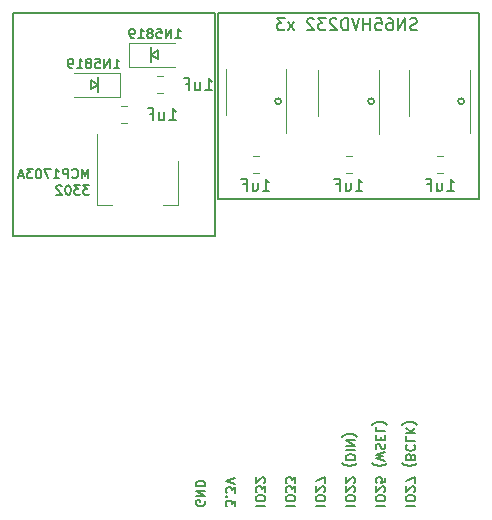
<source format=gbr>
G04 #@! TF.GenerationSoftware,KiCad,Pcbnew,5.1.5+dfsg1-2build2*
G04 #@! TF.CreationDate,2020-08-18T23:14:54+10:00*
G04 #@! TF.ProjectId,sid-board-v3,7369642d-626f-4617-9264-2d76332e6b69,rev?*
G04 #@! TF.SameCoordinates,Original*
G04 #@! TF.FileFunction,Legend,Bot*
G04 #@! TF.FilePolarity,Positive*
%FSLAX46Y46*%
G04 Gerber Fmt 4.6, Leading zero omitted, Abs format (unit mm)*
G04 Created by KiCad (PCBNEW 5.1.5+dfsg1-2build2) date 2020-08-18 23:14:54*
%MOMM*%
%LPD*%
G04 APERTURE LIST*
%ADD10C,0.150000*%
%ADD11C,0.200000*%
%ADD12C,0.120000*%
G04 APERTURE END LIST*
D10*
X131064000Y-97028000D02*
X131064000Y-78105000D01*
X113919000Y-97028000D02*
X131064000Y-97028000D01*
X113919000Y-78105000D02*
X113919000Y-97028000D01*
X131064000Y-78105000D02*
X113919000Y-78105000D01*
X131318000Y-93853000D02*
X131318000Y-78105000D01*
X153416000Y-93853000D02*
X131318000Y-93853000D01*
X153416000Y-78105000D02*
X153416000Y-93853000D01*
X131318000Y-78105000D02*
X153416000Y-78105000D01*
D11*
X120329523Y-92117904D02*
X120329523Y-91317904D01*
X120062857Y-91889333D01*
X119796190Y-91317904D01*
X119796190Y-92117904D01*
X118958095Y-92041714D02*
X118996190Y-92079809D01*
X119110476Y-92117904D01*
X119186666Y-92117904D01*
X119300952Y-92079809D01*
X119377142Y-92003619D01*
X119415238Y-91927428D01*
X119453333Y-91775047D01*
X119453333Y-91660761D01*
X119415238Y-91508380D01*
X119377142Y-91432190D01*
X119300952Y-91356000D01*
X119186666Y-91317904D01*
X119110476Y-91317904D01*
X118996190Y-91356000D01*
X118958095Y-91394095D01*
X118615238Y-92117904D02*
X118615238Y-91317904D01*
X118310476Y-91317904D01*
X118234285Y-91356000D01*
X118196190Y-91394095D01*
X118158095Y-91470285D01*
X118158095Y-91584571D01*
X118196190Y-91660761D01*
X118234285Y-91698857D01*
X118310476Y-91736952D01*
X118615238Y-91736952D01*
X117396190Y-92117904D02*
X117853333Y-92117904D01*
X117624761Y-92117904D02*
X117624761Y-91317904D01*
X117700952Y-91432190D01*
X117777142Y-91508380D01*
X117853333Y-91546476D01*
X117129523Y-91317904D02*
X116596190Y-91317904D01*
X116939047Y-92117904D01*
X116139047Y-91317904D02*
X116062857Y-91317904D01*
X115986666Y-91356000D01*
X115948571Y-91394095D01*
X115910476Y-91470285D01*
X115872380Y-91622666D01*
X115872380Y-91813142D01*
X115910476Y-91965523D01*
X115948571Y-92041714D01*
X115986666Y-92079809D01*
X116062857Y-92117904D01*
X116139047Y-92117904D01*
X116215238Y-92079809D01*
X116253333Y-92041714D01*
X116291428Y-91965523D01*
X116329523Y-91813142D01*
X116329523Y-91622666D01*
X116291428Y-91470285D01*
X116253333Y-91394095D01*
X116215238Y-91356000D01*
X116139047Y-91317904D01*
X115605714Y-91317904D02*
X115110476Y-91317904D01*
X115377142Y-91622666D01*
X115262857Y-91622666D01*
X115186666Y-91660761D01*
X115148571Y-91698857D01*
X115110476Y-91775047D01*
X115110476Y-91965523D01*
X115148571Y-92041714D01*
X115186666Y-92079809D01*
X115262857Y-92117904D01*
X115491428Y-92117904D01*
X115567619Y-92079809D01*
X115605714Y-92041714D01*
X114805714Y-91889333D02*
X114424761Y-91889333D01*
X114881904Y-92117904D02*
X114615238Y-91317904D01*
X114348571Y-92117904D01*
X120405714Y-92717904D02*
X119910476Y-92717904D01*
X120177142Y-93022666D01*
X120062857Y-93022666D01*
X119986666Y-93060761D01*
X119948571Y-93098857D01*
X119910476Y-93175047D01*
X119910476Y-93365523D01*
X119948571Y-93441714D01*
X119986666Y-93479809D01*
X120062857Y-93517904D01*
X120291428Y-93517904D01*
X120367619Y-93479809D01*
X120405714Y-93441714D01*
X119643809Y-92717904D02*
X119148571Y-92717904D01*
X119415238Y-93022666D01*
X119300952Y-93022666D01*
X119224761Y-93060761D01*
X119186666Y-93098857D01*
X119148571Y-93175047D01*
X119148571Y-93365523D01*
X119186666Y-93441714D01*
X119224761Y-93479809D01*
X119300952Y-93517904D01*
X119529523Y-93517904D01*
X119605714Y-93479809D01*
X119643809Y-93441714D01*
X118653333Y-92717904D02*
X118577142Y-92717904D01*
X118500952Y-92756000D01*
X118462857Y-92794095D01*
X118424761Y-92870285D01*
X118386666Y-93022666D01*
X118386666Y-93213142D01*
X118424761Y-93365523D01*
X118462857Y-93441714D01*
X118500952Y-93479809D01*
X118577142Y-93517904D01*
X118653333Y-93517904D01*
X118729523Y-93479809D01*
X118767619Y-93441714D01*
X118805714Y-93365523D01*
X118843809Y-93213142D01*
X118843809Y-93022666D01*
X118805714Y-92870285D01*
X118767619Y-92794095D01*
X118729523Y-92756000D01*
X118653333Y-92717904D01*
X118081904Y-92794095D02*
X118043809Y-92756000D01*
X117967619Y-92717904D01*
X117777142Y-92717904D01*
X117700952Y-92756000D01*
X117662857Y-92794095D01*
X117624761Y-92870285D01*
X117624761Y-92946476D01*
X117662857Y-93060761D01*
X118120000Y-93517904D01*
X117624761Y-93517904D01*
D10*
X126238000Y-82042000D02*
X125603000Y-81661000D01*
X126238000Y-81280000D02*
X126238000Y-82042000D01*
X125603000Y-81661000D02*
X126238000Y-81280000D01*
X125603000Y-81026000D02*
X125603000Y-82296000D01*
X120523000Y-84582000D02*
X121158000Y-84201000D01*
X120523000Y-83820000D02*
X120523000Y-84582000D01*
X121158000Y-84201000D02*
X120523000Y-83820000D01*
X121158000Y-83566000D02*
X121158000Y-84836000D01*
X136652000Y-85598000D02*
G75*
G03X136652000Y-85598000I-254000J0D01*
G01*
X144526000Y-85598000D02*
G75*
G03X144526000Y-85598000I-254000J0D01*
G01*
X152146000Y-85598000D02*
G75*
G03X152146000Y-85598000I-254000J0D01*
G01*
D11*
X130194000Y-119402476D02*
X130232095Y-119478666D01*
X130232095Y-119592952D01*
X130194000Y-119707238D01*
X130117809Y-119783428D01*
X130041619Y-119821523D01*
X129889238Y-119859619D01*
X129774952Y-119859619D01*
X129622571Y-119821523D01*
X129546380Y-119783428D01*
X129470190Y-119707238D01*
X129432095Y-119592952D01*
X129432095Y-119516761D01*
X129470190Y-119402476D01*
X129508285Y-119364380D01*
X129774952Y-119364380D01*
X129774952Y-119516761D01*
X129432095Y-119021523D02*
X130232095Y-119021523D01*
X129432095Y-118564380D01*
X130232095Y-118564380D01*
X129432095Y-118183428D02*
X130232095Y-118183428D01*
X130232095Y-117992952D01*
X130194000Y-117878666D01*
X130117809Y-117802476D01*
X130041619Y-117764380D01*
X129889238Y-117726285D01*
X129774952Y-117726285D01*
X129622571Y-117764380D01*
X129546380Y-117802476D01*
X129470190Y-117878666D01*
X129432095Y-117992952D01*
X129432095Y-118183428D01*
X132772095Y-119897714D02*
X132772095Y-119402476D01*
X132467333Y-119669142D01*
X132467333Y-119554857D01*
X132429238Y-119478666D01*
X132391142Y-119440571D01*
X132314952Y-119402476D01*
X132124476Y-119402476D01*
X132048285Y-119440571D01*
X132010190Y-119478666D01*
X131972095Y-119554857D01*
X131972095Y-119783428D01*
X132010190Y-119859619D01*
X132048285Y-119897714D01*
X132048285Y-119059619D02*
X132010190Y-119021523D01*
X131972095Y-119059619D01*
X132010190Y-119097714D01*
X132048285Y-119059619D01*
X131972095Y-119059619D01*
X132772095Y-118754857D02*
X132772095Y-118259619D01*
X132467333Y-118526285D01*
X132467333Y-118412000D01*
X132429238Y-118335809D01*
X132391142Y-118297714D01*
X132314952Y-118259619D01*
X132124476Y-118259619D01*
X132048285Y-118297714D01*
X132010190Y-118335809D01*
X131972095Y-118412000D01*
X131972095Y-118640571D01*
X132010190Y-118716761D01*
X132048285Y-118754857D01*
X132772095Y-118031047D02*
X131972095Y-117764380D01*
X132772095Y-117497714D01*
X134512095Y-119821523D02*
X135312095Y-119821523D01*
X135312095Y-119288190D02*
X135312095Y-119135809D01*
X135274000Y-119059619D01*
X135197809Y-118983428D01*
X135045428Y-118945333D01*
X134778761Y-118945333D01*
X134626380Y-118983428D01*
X134550190Y-119059619D01*
X134512095Y-119135809D01*
X134512095Y-119288190D01*
X134550190Y-119364380D01*
X134626380Y-119440571D01*
X134778761Y-119478666D01*
X135045428Y-119478666D01*
X135197809Y-119440571D01*
X135274000Y-119364380D01*
X135312095Y-119288190D01*
X135312095Y-118678666D02*
X135312095Y-118183428D01*
X135007333Y-118450095D01*
X135007333Y-118335809D01*
X134969238Y-118259619D01*
X134931142Y-118221523D01*
X134854952Y-118183428D01*
X134664476Y-118183428D01*
X134588285Y-118221523D01*
X134550190Y-118259619D01*
X134512095Y-118335809D01*
X134512095Y-118564380D01*
X134550190Y-118640571D01*
X134588285Y-118678666D01*
X135235904Y-117878666D02*
X135274000Y-117840571D01*
X135312095Y-117764380D01*
X135312095Y-117573904D01*
X135274000Y-117497714D01*
X135235904Y-117459619D01*
X135159714Y-117421523D01*
X135083523Y-117421523D01*
X134969238Y-117459619D01*
X134512095Y-117916761D01*
X134512095Y-117421523D01*
X137052095Y-119821523D02*
X137852095Y-119821523D01*
X137852095Y-119288190D02*
X137852095Y-119135809D01*
X137814000Y-119059619D01*
X137737809Y-118983428D01*
X137585428Y-118945333D01*
X137318761Y-118945333D01*
X137166380Y-118983428D01*
X137090190Y-119059619D01*
X137052095Y-119135809D01*
X137052095Y-119288190D01*
X137090190Y-119364380D01*
X137166380Y-119440571D01*
X137318761Y-119478666D01*
X137585428Y-119478666D01*
X137737809Y-119440571D01*
X137814000Y-119364380D01*
X137852095Y-119288190D01*
X137852095Y-118678666D02*
X137852095Y-118183428D01*
X137547333Y-118450095D01*
X137547333Y-118335809D01*
X137509238Y-118259619D01*
X137471142Y-118221523D01*
X137394952Y-118183428D01*
X137204476Y-118183428D01*
X137128285Y-118221523D01*
X137090190Y-118259619D01*
X137052095Y-118335809D01*
X137052095Y-118564380D01*
X137090190Y-118640571D01*
X137128285Y-118678666D01*
X137852095Y-117916761D02*
X137852095Y-117421523D01*
X137547333Y-117688190D01*
X137547333Y-117573904D01*
X137509238Y-117497714D01*
X137471142Y-117459619D01*
X137394952Y-117421523D01*
X137204476Y-117421523D01*
X137128285Y-117459619D01*
X137090190Y-117497714D01*
X137052095Y-117573904D01*
X137052095Y-117802476D01*
X137090190Y-117878666D01*
X137128285Y-117916761D01*
X139592095Y-119821523D02*
X140392095Y-119821523D01*
X140392095Y-119288190D02*
X140392095Y-119135809D01*
X140354000Y-119059619D01*
X140277809Y-118983428D01*
X140125428Y-118945333D01*
X139858761Y-118945333D01*
X139706380Y-118983428D01*
X139630190Y-119059619D01*
X139592095Y-119135809D01*
X139592095Y-119288190D01*
X139630190Y-119364380D01*
X139706380Y-119440571D01*
X139858761Y-119478666D01*
X140125428Y-119478666D01*
X140277809Y-119440571D01*
X140354000Y-119364380D01*
X140392095Y-119288190D01*
X140315904Y-118640571D02*
X140354000Y-118602476D01*
X140392095Y-118526285D01*
X140392095Y-118335809D01*
X140354000Y-118259619D01*
X140315904Y-118221523D01*
X140239714Y-118183428D01*
X140163523Y-118183428D01*
X140049238Y-118221523D01*
X139592095Y-118678666D01*
X139592095Y-118183428D01*
X140392095Y-117916761D02*
X140392095Y-117383428D01*
X139592095Y-117726285D01*
X142132095Y-119821523D02*
X142932095Y-119821523D01*
X142932095Y-119288190D02*
X142932095Y-119135809D01*
X142894000Y-119059619D01*
X142817809Y-118983428D01*
X142665428Y-118945333D01*
X142398761Y-118945333D01*
X142246380Y-118983428D01*
X142170190Y-119059619D01*
X142132095Y-119135809D01*
X142132095Y-119288190D01*
X142170190Y-119364380D01*
X142246380Y-119440571D01*
X142398761Y-119478666D01*
X142665428Y-119478666D01*
X142817809Y-119440571D01*
X142894000Y-119364380D01*
X142932095Y-119288190D01*
X142855904Y-118640571D02*
X142894000Y-118602476D01*
X142932095Y-118526285D01*
X142932095Y-118335809D01*
X142894000Y-118259619D01*
X142855904Y-118221523D01*
X142779714Y-118183428D01*
X142703523Y-118183428D01*
X142589238Y-118221523D01*
X142132095Y-118678666D01*
X142132095Y-118183428D01*
X142855904Y-117878666D02*
X142894000Y-117840571D01*
X142932095Y-117764380D01*
X142932095Y-117573904D01*
X142894000Y-117497714D01*
X142855904Y-117459619D01*
X142779714Y-117421523D01*
X142703523Y-117421523D01*
X142589238Y-117459619D01*
X142132095Y-117916761D01*
X142132095Y-117421523D01*
X141827333Y-116240571D02*
X141865428Y-116278666D01*
X141979714Y-116354857D01*
X142055904Y-116392952D01*
X142170190Y-116431047D01*
X142360666Y-116469142D01*
X142513047Y-116469142D01*
X142703523Y-116431047D01*
X142817809Y-116392952D01*
X142894000Y-116354857D01*
X143008285Y-116278666D01*
X143046380Y-116240571D01*
X142132095Y-115935809D02*
X142932095Y-115935809D01*
X142932095Y-115745333D01*
X142894000Y-115631047D01*
X142817809Y-115554857D01*
X142741619Y-115516761D01*
X142589238Y-115478666D01*
X142474952Y-115478666D01*
X142322571Y-115516761D01*
X142246380Y-115554857D01*
X142170190Y-115631047D01*
X142132095Y-115745333D01*
X142132095Y-115935809D01*
X142132095Y-115135809D02*
X142932095Y-115135809D01*
X142132095Y-114754857D02*
X142932095Y-114754857D01*
X142132095Y-114297714D01*
X142932095Y-114297714D01*
X141827333Y-113992952D02*
X141865428Y-113954857D01*
X141979714Y-113878666D01*
X142055904Y-113840571D01*
X142170190Y-113802476D01*
X142360666Y-113764380D01*
X142513047Y-113764380D01*
X142703523Y-113802476D01*
X142817809Y-113840571D01*
X142894000Y-113878666D01*
X143008285Y-113954857D01*
X143046380Y-113992952D01*
X144672095Y-119821523D02*
X145472095Y-119821523D01*
X145472095Y-119288190D02*
X145472095Y-119135809D01*
X145434000Y-119059619D01*
X145357809Y-118983428D01*
X145205428Y-118945333D01*
X144938761Y-118945333D01*
X144786380Y-118983428D01*
X144710190Y-119059619D01*
X144672095Y-119135809D01*
X144672095Y-119288190D01*
X144710190Y-119364380D01*
X144786380Y-119440571D01*
X144938761Y-119478666D01*
X145205428Y-119478666D01*
X145357809Y-119440571D01*
X145434000Y-119364380D01*
X145472095Y-119288190D01*
X145395904Y-118640571D02*
X145434000Y-118602476D01*
X145472095Y-118526285D01*
X145472095Y-118335809D01*
X145434000Y-118259619D01*
X145395904Y-118221523D01*
X145319714Y-118183428D01*
X145243523Y-118183428D01*
X145129238Y-118221523D01*
X144672095Y-118678666D01*
X144672095Y-118183428D01*
X145472095Y-117459619D02*
X145472095Y-117840571D01*
X145091142Y-117878666D01*
X145129238Y-117840571D01*
X145167333Y-117764380D01*
X145167333Y-117573904D01*
X145129238Y-117497714D01*
X145091142Y-117459619D01*
X145014952Y-117421523D01*
X144824476Y-117421523D01*
X144748285Y-117459619D01*
X144710190Y-117497714D01*
X144672095Y-117573904D01*
X144672095Y-117764380D01*
X144710190Y-117840571D01*
X144748285Y-117878666D01*
X144367333Y-116240571D02*
X144405428Y-116278666D01*
X144519714Y-116354857D01*
X144595904Y-116392952D01*
X144710190Y-116431047D01*
X144900666Y-116469142D01*
X145053047Y-116469142D01*
X145243523Y-116431047D01*
X145357809Y-116392952D01*
X145434000Y-116354857D01*
X145548285Y-116278666D01*
X145586380Y-116240571D01*
X145472095Y-116012000D02*
X144672095Y-115821523D01*
X145243523Y-115669142D01*
X144672095Y-115516761D01*
X145472095Y-115326285D01*
X144710190Y-115059619D02*
X144672095Y-114945333D01*
X144672095Y-114754857D01*
X144710190Y-114678666D01*
X144748285Y-114640571D01*
X144824476Y-114602476D01*
X144900666Y-114602476D01*
X144976857Y-114640571D01*
X145014952Y-114678666D01*
X145053047Y-114754857D01*
X145091142Y-114907238D01*
X145129238Y-114983428D01*
X145167333Y-115021523D01*
X145243523Y-115059619D01*
X145319714Y-115059619D01*
X145395904Y-115021523D01*
X145434000Y-114983428D01*
X145472095Y-114907238D01*
X145472095Y-114716761D01*
X145434000Y-114602476D01*
X145091142Y-114259619D02*
X145091142Y-113992952D01*
X144672095Y-113878666D02*
X144672095Y-114259619D01*
X145472095Y-114259619D01*
X145472095Y-113878666D01*
X144672095Y-113154857D02*
X144672095Y-113535809D01*
X145472095Y-113535809D01*
X144367333Y-112964380D02*
X144405428Y-112926285D01*
X144519714Y-112850095D01*
X144595904Y-112812000D01*
X144710190Y-112773904D01*
X144900666Y-112735809D01*
X145053047Y-112735809D01*
X145243523Y-112773904D01*
X145357809Y-112812000D01*
X145434000Y-112850095D01*
X145548285Y-112926285D01*
X145586380Y-112964380D01*
X147212095Y-119821523D02*
X148012095Y-119821523D01*
X148012095Y-119288190D02*
X148012095Y-119135809D01*
X147974000Y-119059619D01*
X147897809Y-118983428D01*
X147745428Y-118945333D01*
X147478761Y-118945333D01*
X147326380Y-118983428D01*
X147250190Y-119059619D01*
X147212095Y-119135809D01*
X147212095Y-119288190D01*
X147250190Y-119364380D01*
X147326380Y-119440571D01*
X147478761Y-119478666D01*
X147745428Y-119478666D01*
X147897809Y-119440571D01*
X147974000Y-119364380D01*
X148012095Y-119288190D01*
X147935904Y-118640571D02*
X147974000Y-118602476D01*
X148012095Y-118526285D01*
X148012095Y-118335809D01*
X147974000Y-118259619D01*
X147935904Y-118221523D01*
X147859714Y-118183428D01*
X147783523Y-118183428D01*
X147669238Y-118221523D01*
X147212095Y-118678666D01*
X147212095Y-118183428D01*
X148012095Y-117916761D02*
X148012095Y-117383428D01*
X147212095Y-117726285D01*
X146907333Y-116240571D02*
X146945428Y-116278666D01*
X147059714Y-116354857D01*
X147135904Y-116392952D01*
X147250190Y-116431047D01*
X147440666Y-116469142D01*
X147593047Y-116469142D01*
X147783523Y-116431047D01*
X147897809Y-116392952D01*
X147974000Y-116354857D01*
X148088285Y-116278666D01*
X148126380Y-116240571D01*
X147631142Y-115669142D02*
X147593047Y-115554857D01*
X147554952Y-115516761D01*
X147478761Y-115478666D01*
X147364476Y-115478666D01*
X147288285Y-115516761D01*
X147250190Y-115554857D01*
X147212095Y-115631047D01*
X147212095Y-115935809D01*
X148012095Y-115935809D01*
X148012095Y-115669142D01*
X147974000Y-115592952D01*
X147935904Y-115554857D01*
X147859714Y-115516761D01*
X147783523Y-115516761D01*
X147707333Y-115554857D01*
X147669238Y-115592952D01*
X147631142Y-115669142D01*
X147631142Y-115935809D01*
X147288285Y-114678666D02*
X147250190Y-114716761D01*
X147212095Y-114831047D01*
X147212095Y-114907238D01*
X147250190Y-115021523D01*
X147326380Y-115097714D01*
X147402571Y-115135809D01*
X147554952Y-115173904D01*
X147669238Y-115173904D01*
X147821619Y-115135809D01*
X147897809Y-115097714D01*
X147974000Y-115021523D01*
X148012095Y-114907238D01*
X148012095Y-114831047D01*
X147974000Y-114716761D01*
X147935904Y-114678666D01*
X147212095Y-113954857D02*
X147212095Y-114335809D01*
X148012095Y-114335809D01*
X147212095Y-113688190D02*
X148012095Y-113688190D01*
X147212095Y-113231047D02*
X147669238Y-113573904D01*
X148012095Y-113231047D02*
X147554952Y-113688190D01*
X146907333Y-112964380D02*
X146945428Y-112926285D01*
X147059714Y-112850095D01*
X147135904Y-112812000D01*
X147250190Y-112773904D01*
X147440666Y-112735809D01*
X147593047Y-112735809D01*
X147783523Y-112773904D01*
X147897809Y-112812000D01*
X147974000Y-112850095D01*
X148088285Y-112926285D01*
X148126380Y-112964380D01*
D12*
X134231748Y-90222000D02*
X134754252Y-90222000D01*
X134231748Y-91642000D02*
X134754252Y-91642000D01*
X123734000Y-82661000D02*
X127634000Y-82661000D01*
X123734000Y-80661000D02*
X127634000Y-80661000D01*
X123734000Y-82661000D02*
X123734000Y-80661000D01*
X147506420Y-84861825D02*
X147506420Y-82911825D01*
X147506420Y-84861825D02*
X147506420Y-86811825D01*
X152626420Y-84861825D02*
X152626420Y-82911825D01*
X152626420Y-84861825D02*
X152626420Y-88311825D01*
X121079000Y-88363252D02*
X121079000Y-94373252D01*
X127899000Y-90613252D02*
X127899000Y-94373252D01*
X121079000Y-94373252D02*
X122339000Y-94373252D01*
X127899000Y-94373252D02*
X126639000Y-94373252D01*
X142105748Y-91642000D02*
X142628252Y-91642000D01*
X142105748Y-90222000D02*
X142628252Y-90222000D01*
X149852748Y-90222000D02*
X150375252Y-90222000D01*
X149852748Y-91642000D02*
X150375252Y-91642000D01*
X144911877Y-84907159D02*
X144911877Y-88357159D01*
X144911877Y-84907159D02*
X144911877Y-82957159D01*
X139791877Y-84907159D02*
X139791877Y-86857159D01*
X139791877Y-84907159D02*
X139791877Y-82957159D01*
X123027000Y-83201000D02*
X119127000Y-83201000D01*
X123027000Y-85201000D02*
X119127000Y-85201000D01*
X123027000Y-83201000D02*
X123027000Y-85201000D01*
X123055748Y-87451000D02*
X123578252Y-87451000D01*
X123055748Y-86031000D02*
X123578252Y-86031000D01*
X137071485Y-84836000D02*
X137071485Y-88286000D01*
X137071485Y-84836000D02*
X137071485Y-82886000D01*
X131951485Y-84836000D02*
X131951485Y-86786000D01*
X131951485Y-84836000D02*
X131951485Y-82886000D01*
X126626252Y-84911000D02*
X126103748Y-84911000D01*
X126626252Y-83491000D02*
X126103748Y-83491000D01*
D11*
X135088238Y-93162380D02*
X135659666Y-93162380D01*
X135373952Y-93162380D02*
X135373952Y-92162380D01*
X135469190Y-92305238D01*
X135564428Y-92400476D01*
X135659666Y-92448095D01*
X134231095Y-92495714D02*
X134231095Y-93162380D01*
X134659666Y-92495714D02*
X134659666Y-93019523D01*
X134612047Y-93114761D01*
X134516809Y-93162380D01*
X134373952Y-93162380D01*
X134278714Y-93114761D01*
X134231095Y-93067142D01*
X133421571Y-92638571D02*
X133754904Y-92638571D01*
X133754904Y-93162380D02*
X133754904Y-92162380D01*
X133278714Y-92162380D01*
D10*
X127698285Y-80244904D02*
X128155428Y-80244904D01*
X127926857Y-80244904D02*
X127926857Y-79444904D01*
X128003047Y-79559190D01*
X128079238Y-79635380D01*
X128155428Y-79673476D01*
X127355428Y-80244904D02*
X127355428Y-79444904D01*
X126898285Y-80244904D01*
X126898285Y-79444904D01*
X126136380Y-79444904D02*
X126517333Y-79444904D01*
X126555428Y-79825857D01*
X126517333Y-79787761D01*
X126441142Y-79749666D01*
X126250666Y-79749666D01*
X126174476Y-79787761D01*
X126136380Y-79825857D01*
X126098285Y-79902047D01*
X126098285Y-80092523D01*
X126136380Y-80168714D01*
X126174476Y-80206809D01*
X126250666Y-80244904D01*
X126441142Y-80244904D01*
X126517333Y-80206809D01*
X126555428Y-80168714D01*
X125641142Y-79787761D02*
X125717333Y-79749666D01*
X125755428Y-79711571D01*
X125793523Y-79635380D01*
X125793523Y-79597285D01*
X125755428Y-79521095D01*
X125717333Y-79483000D01*
X125641142Y-79444904D01*
X125488761Y-79444904D01*
X125412571Y-79483000D01*
X125374476Y-79521095D01*
X125336380Y-79597285D01*
X125336380Y-79635380D01*
X125374476Y-79711571D01*
X125412571Y-79749666D01*
X125488761Y-79787761D01*
X125641142Y-79787761D01*
X125717333Y-79825857D01*
X125755428Y-79863952D01*
X125793523Y-79940142D01*
X125793523Y-80092523D01*
X125755428Y-80168714D01*
X125717333Y-80206809D01*
X125641142Y-80244904D01*
X125488761Y-80244904D01*
X125412571Y-80206809D01*
X125374476Y-80168714D01*
X125336380Y-80092523D01*
X125336380Y-79940142D01*
X125374476Y-79863952D01*
X125412571Y-79825857D01*
X125488761Y-79787761D01*
X124574476Y-80244904D02*
X125031619Y-80244904D01*
X124803047Y-80244904D02*
X124803047Y-79444904D01*
X124879238Y-79559190D01*
X124955428Y-79635380D01*
X125031619Y-79673476D01*
X124193523Y-80244904D02*
X124041142Y-80244904D01*
X123964952Y-80206809D01*
X123926857Y-80168714D01*
X123850666Y-80054428D01*
X123812571Y-79902047D01*
X123812571Y-79597285D01*
X123850666Y-79521095D01*
X123888761Y-79483000D01*
X123964952Y-79444904D01*
X124117333Y-79444904D01*
X124193523Y-79483000D01*
X124231619Y-79521095D01*
X124269714Y-79597285D01*
X124269714Y-79787761D01*
X124231619Y-79863952D01*
X124193523Y-79902047D01*
X124117333Y-79940142D01*
X123964952Y-79940142D01*
X123888761Y-79902047D01*
X123850666Y-79863952D01*
X123812571Y-79787761D01*
D11*
X142962238Y-93162380D02*
X143533666Y-93162380D01*
X143247952Y-93162380D02*
X143247952Y-92162380D01*
X143343190Y-92305238D01*
X143438428Y-92400476D01*
X143533666Y-92448095D01*
X142105095Y-92495714D02*
X142105095Y-93162380D01*
X142533666Y-92495714D02*
X142533666Y-93019523D01*
X142486047Y-93114761D01*
X142390809Y-93162380D01*
X142247952Y-93162380D01*
X142152714Y-93114761D01*
X142105095Y-93067142D01*
X141295571Y-92638571D02*
X141628904Y-92638571D01*
X141628904Y-93162380D02*
X141628904Y-92162380D01*
X141152714Y-92162380D01*
X150709238Y-93162380D02*
X151280666Y-93162380D01*
X150994952Y-93162380D02*
X150994952Y-92162380D01*
X151090190Y-92305238D01*
X151185428Y-92400476D01*
X151280666Y-92448095D01*
X149852095Y-92495714D02*
X149852095Y-93162380D01*
X150280666Y-92495714D02*
X150280666Y-93019523D01*
X150233047Y-93114761D01*
X150137809Y-93162380D01*
X149994952Y-93162380D01*
X149899714Y-93114761D01*
X149852095Y-93067142D01*
X149042571Y-92638571D02*
X149375904Y-92638571D01*
X149375904Y-93162380D02*
X149375904Y-92162380D01*
X148899714Y-92162380D01*
X148144761Y-79525761D02*
X148001904Y-79573380D01*
X147763809Y-79573380D01*
X147668571Y-79525761D01*
X147620952Y-79478142D01*
X147573333Y-79382904D01*
X147573333Y-79287666D01*
X147620952Y-79192428D01*
X147668571Y-79144809D01*
X147763809Y-79097190D01*
X147954285Y-79049571D01*
X148049523Y-79001952D01*
X148097142Y-78954333D01*
X148144761Y-78859095D01*
X148144761Y-78763857D01*
X148097142Y-78668619D01*
X148049523Y-78621000D01*
X147954285Y-78573380D01*
X147716190Y-78573380D01*
X147573333Y-78621000D01*
X147144761Y-79573380D02*
X147144761Y-78573380D01*
X146573333Y-79573380D01*
X146573333Y-78573380D01*
X145668571Y-78573380D02*
X145859047Y-78573380D01*
X145954285Y-78621000D01*
X146001904Y-78668619D01*
X146097142Y-78811476D01*
X146144761Y-79001952D01*
X146144761Y-79382904D01*
X146097142Y-79478142D01*
X146049523Y-79525761D01*
X145954285Y-79573380D01*
X145763809Y-79573380D01*
X145668571Y-79525761D01*
X145620952Y-79478142D01*
X145573333Y-79382904D01*
X145573333Y-79144809D01*
X145620952Y-79049571D01*
X145668571Y-79001952D01*
X145763809Y-78954333D01*
X145954285Y-78954333D01*
X146049523Y-79001952D01*
X146097142Y-79049571D01*
X146144761Y-79144809D01*
X144668571Y-78573380D02*
X145144761Y-78573380D01*
X145192380Y-79049571D01*
X145144761Y-79001952D01*
X145049523Y-78954333D01*
X144811428Y-78954333D01*
X144716190Y-79001952D01*
X144668571Y-79049571D01*
X144620952Y-79144809D01*
X144620952Y-79382904D01*
X144668571Y-79478142D01*
X144716190Y-79525761D01*
X144811428Y-79573380D01*
X145049523Y-79573380D01*
X145144761Y-79525761D01*
X145192380Y-79478142D01*
X144192380Y-79573380D02*
X144192380Y-78573380D01*
X144192380Y-79049571D02*
X143620952Y-79049571D01*
X143620952Y-79573380D02*
X143620952Y-78573380D01*
X143287619Y-78573380D02*
X142954285Y-79573380D01*
X142620952Y-78573380D01*
X142287619Y-79573380D02*
X142287619Y-78573380D01*
X142049523Y-78573380D01*
X141906666Y-78621000D01*
X141811428Y-78716238D01*
X141763809Y-78811476D01*
X141716190Y-79001952D01*
X141716190Y-79144809D01*
X141763809Y-79335285D01*
X141811428Y-79430523D01*
X141906666Y-79525761D01*
X142049523Y-79573380D01*
X142287619Y-79573380D01*
X141335238Y-78668619D02*
X141287619Y-78621000D01*
X141192380Y-78573380D01*
X140954285Y-78573380D01*
X140859047Y-78621000D01*
X140811428Y-78668619D01*
X140763809Y-78763857D01*
X140763809Y-78859095D01*
X140811428Y-79001952D01*
X141382857Y-79573380D01*
X140763809Y-79573380D01*
X140430476Y-78573380D02*
X139811428Y-78573380D01*
X140144761Y-78954333D01*
X140001904Y-78954333D01*
X139906666Y-79001952D01*
X139859047Y-79049571D01*
X139811428Y-79144809D01*
X139811428Y-79382904D01*
X139859047Y-79478142D01*
X139906666Y-79525761D01*
X140001904Y-79573380D01*
X140287619Y-79573380D01*
X140382857Y-79525761D01*
X140430476Y-79478142D01*
X139430476Y-78668619D02*
X139382857Y-78621000D01*
X139287619Y-78573380D01*
X139049523Y-78573380D01*
X138954285Y-78621000D01*
X138906666Y-78668619D01*
X138859047Y-78763857D01*
X138859047Y-78859095D01*
X138906666Y-79001952D01*
X139478095Y-79573380D01*
X138859047Y-79573380D01*
X137763809Y-79573380D02*
X137240000Y-78906714D01*
X137763809Y-78906714D02*
X137240000Y-79573380D01*
X136954285Y-78573380D02*
X136335238Y-78573380D01*
X136668571Y-78954333D01*
X136525714Y-78954333D01*
X136430476Y-79001952D01*
X136382857Y-79049571D01*
X136335238Y-79144809D01*
X136335238Y-79382904D01*
X136382857Y-79478142D01*
X136430476Y-79525761D01*
X136525714Y-79573380D01*
X136811428Y-79573380D01*
X136906666Y-79525761D01*
X136954285Y-79478142D01*
D10*
X122491285Y-82784904D02*
X122948428Y-82784904D01*
X122719857Y-82784904D02*
X122719857Y-81984904D01*
X122796047Y-82099190D01*
X122872238Y-82175380D01*
X122948428Y-82213476D01*
X122148428Y-82784904D02*
X122148428Y-81984904D01*
X121691285Y-82784904D01*
X121691285Y-81984904D01*
X120929380Y-81984904D02*
X121310333Y-81984904D01*
X121348428Y-82365857D01*
X121310333Y-82327761D01*
X121234142Y-82289666D01*
X121043666Y-82289666D01*
X120967476Y-82327761D01*
X120929380Y-82365857D01*
X120891285Y-82442047D01*
X120891285Y-82632523D01*
X120929380Y-82708714D01*
X120967476Y-82746809D01*
X121043666Y-82784904D01*
X121234142Y-82784904D01*
X121310333Y-82746809D01*
X121348428Y-82708714D01*
X120434142Y-82327761D02*
X120510333Y-82289666D01*
X120548428Y-82251571D01*
X120586523Y-82175380D01*
X120586523Y-82137285D01*
X120548428Y-82061095D01*
X120510333Y-82023000D01*
X120434142Y-81984904D01*
X120281761Y-81984904D01*
X120205571Y-82023000D01*
X120167476Y-82061095D01*
X120129380Y-82137285D01*
X120129380Y-82175380D01*
X120167476Y-82251571D01*
X120205571Y-82289666D01*
X120281761Y-82327761D01*
X120434142Y-82327761D01*
X120510333Y-82365857D01*
X120548428Y-82403952D01*
X120586523Y-82480142D01*
X120586523Y-82632523D01*
X120548428Y-82708714D01*
X120510333Y-82746809D01*
X120434142Y-82784904D01*
X120281761Y-82784904D01*
X120205571Y-82746809D01*
X120167476Y-82708714D01*
X120129380Y-82632523D01*
X120129380Y-82480142D01*
X120167476Y-82403952D01*
X120205571Y-82365857D01*
X120281761Y-82327761D01*
X119367476Y-82784904D02*
X119824619Y-82784904D01*
X119596047Y-82784904D02*
X119596047Y-81984904D01*
X119672238Y-82099190D01*
X119748428Y-82175380D01*
X119824619Y-82213476D01*
X118986523Y-82784904D02*
X118834142Y-82784904D01*
X118757952Y-82746809D01*
X118719857Y-82708714D01*
X118643666Y-82594428D01*
X118605571Y-82442047D01*
X118605571Y-82137285D01*
X118643666Y-82061095D01*
X118681761Y-82023000D01*
X118757952Y-81984904D01*
X118910333Y-81984904D01*
X118986523Y-82023000D01*
X119024619Y-82061095D01*
X119062714Y-82137285D01*
X119062714Y-82327761D01*
X119024619Y-82403952D01*
X118986523Y-82442047D01*
X118910333Y-82480142D01*
X118757952Y-82480142D01*
X118681761Y-82442047D01*
X118643666Y-82403952D01*
X118605571Y-82327761D01*
D11*
X127177380Y-87193380D02*
X127748809Y-87193380D01*
X127463095Y-87193380D02*
X127463095Y-86193380D01*
X127558333Y-86336238D01*
X127653571Y-86431476D01*
X127748809Y-86479095D01*
X126320238Y-86526714D02*
X126320238Y-87193380D01*
X126748809Y-86526714D02*
X126748809Y-87050523D01*
X126701190Y-87145761D01*
X126605952Y-87193380D01*
X126463095Y-87193380D01*
X126367857Y-87145761D01*
X126320238Y-87098142D01*
X125510714Y-86669571D02*
X125844047Y-86669571D01*
X125844047Y-87193380D02*
X125844047Y-86193380D01*
X125367857Y-86193380D01*
X130225380Y-84653380D02*
X130796809Y-84653380D01*
X130511095Y-84653380D02*
X130511095Y-83653380D01*
X130606333Y-83796238D01*
X130701571Y-83891476D01*
X130796809Y-83939095D01*
X129368238Y-83986714D02*
X129368238Y-84653380D01*
X129796809Y-83986714D02*
X129796809Y-84510523D01*
X129749190Y-84605761D01*
X129653952Y-84653380D01*
X129511095Y-84653380D01*
X129415857Y-84605761D01*
X129368238Y-84558142D01*
X128558714Y-84129571D02*
X128892047Y-84129571D01*
X128892047Y-84653380D02*
X128892047Y-83653380D01*
X128415857Y-83653380D01*
M02*

</source>
